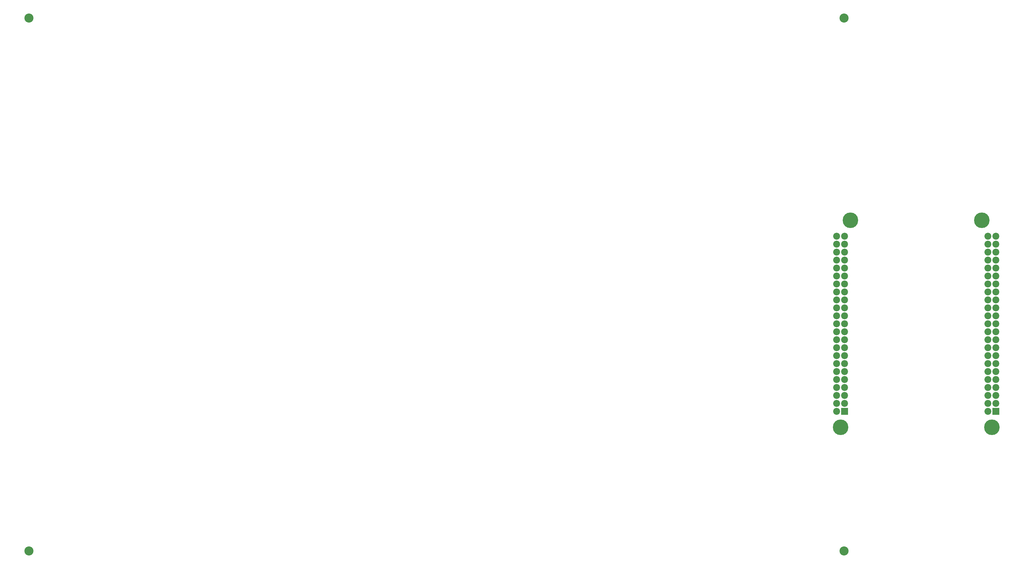
<source format=gbs>
G04 #@! TF.FileFunction,Soldermask,Bot*
%FSLAX46Y46*%
G04 Gerber Fmt 4.6, Leading zero omitted, Abs format (unit mm)*
G04 Created by KiCad (PCBNEW no-vcs-found-product) date Seg 25 Abr 2016 23:01:13 BRT*
%MOMM*%
G01*
G04 APERTURE LIST*
%ADD10C,0.100000*%
%ADD11C,2.900000*%
%ADD12C,4.972000*%
%ADD13R,2.200000X2.200000*%
%ADD14C,2.200000*%
G04 APERTURE END LIST*
D10*
D11*
X300000000Y-40000000D03*
X40000000Y-40000000D03*
X40000000Y-210000000D03*
D12*
X343955000Y-104535000D03*
X347130000Y-170575000D03*
X298870000Y-170575000D03*
X302045000Y-104535000D03*
D13*
X348400000Y-165495000D03*
D14*
X345860000Y-165495000D03*
X348400000Y-162955000D03*
X345860000Y-162955000D03*
X348400000Y-160415000D03*
X345860000Y-160415000D03*
X348400000Y-157875000D03*
X345860000Y-157875000D03*
X348400000Y-155335000D03*
X345860000Y-155335000D03*
X348400000Y-152795000D03*
X345860000Y-152795000D03*
X348400000Y-150255000D03*
X345860000Y-150255000D03*
X348400000Y-147715000D03*
X345860000Y-147715000D03*
X348400000Y-145175000D03*
X345860000Y-145175000D03*
X348400000Y-142635000D03*
X345860000Y-142635000D03*
X348400000Y-140095000D03*
X345860000Y-140095000D03*
X348400000Y-137555000D03*
X345860000Y-137555000D03*
X348400000Y-135015000D03*
X345860000Y-135015000D03*
X348400000Y-132475000D03*
X345860000Y-132475000D03*
X348400000Y-129935000D03*
X345860000Y-129935000D03*
X348400000Y-127395000D03*
X345860000Y-127395000D03*
X348400000Y-124855000D03*
X345860000Y-124855000D03*
X348400000Y-122315000D03*
X345860000Y-122315000D03*
X348400000Y-119775000D03*
X345860000Y-119775000D03*
X348400000Y-117235000D03*
X345860000Y-117235000D03*
X348400000Y-114695000D03*
X345860000Y-114695000D03*
X348400000Y-112155000D03*
X345860000Y-112155000D03*
X348400000Y-109615000D03*
X345860000Y-109615000D03*
D13*
X300140000Y-165495000D03*
D14*
X297600000Y-165495000D03*
X300140000Y-162955000D03*
X297600000Y-162955000D03*
X300140000Y-160415000D03*
X297600000Y-160415000D03*
X300140000Y-157875000D03*
X297600000Y-157875000D03*
X300140000Y-155335000D03*
X297600000Y-155335000D03*
X300140000Y-152795000D03*
X297600000Y-152795000D03*
X300140000Y-150255000D03*
X297600000Y-150255000D03*
X300140000Y-147715000D03*
X297600000Y-147715000D03*
X300140000Y-145175000D03*
X297600000Y-145175000D03*
X300140000Y-142635000D03*
X297600000Y-142635000D03*
X300140000Y-140095000D03*
X297600000Y-140095000D03*
X300140000Y-137555000D03*
X297600000Y-137555000D03*
X300140000Y-135015000D03*
X297600000Y-135015000D03*
X300140000Y-132475000D03*
X297600000Y-132475000D03*
X300140000Y-129935000D03*
X297600000Y-129935000D03*
X300140000Y-127395000D03*
X297600000Y-127395000D03*
X300140000Y-124855000D03*
X297600000Y-124855000D03*
X300140000Y-122315000D03*
X297600000Y-122315000D03*
X300140000Y-119775000D03*
X297600000Y-119775000D03*
X300140000Y-117235000D03*
X297600000Y-117235000D03*
X300140000Y-114695000D03*
X297600000Y-114695000D03*
X300140000Y-112155000D03*
X297600000Y-112155000D03*
X300140000Y-109615000D03*
X297600000Y-109615000D03*
D11*
X300000000Y-210000000D03*
M02*

</source>
